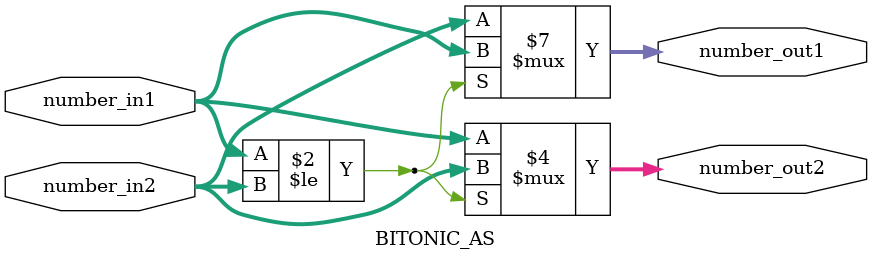
<source format=v>
module BITONIC_AS(number_in1, number_in2, number_out1, number_out2);
input  [7:0] number_in1;
input  [7:0] number_in2;
output [7:0] number_out1;
output [7:0] number_out2;

reg [7:0] number_out1;
reg [7:0] number_out2;

always @(*) begin
	if (number_in1 <= number_in2) begin
		number_out1 = number_in1;
		number_out2 = number_in2;
	end
	else begin
		number_out1 = number_in2;
		number_out2 = number_in1;
	end
end

endmodule
</source>
